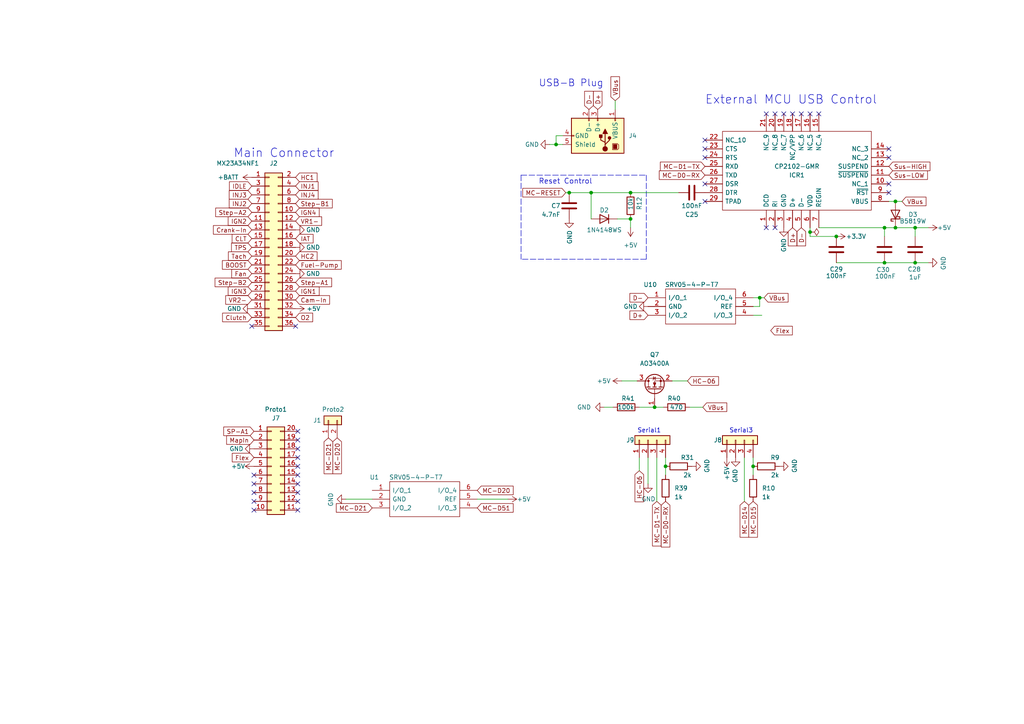
<source format=kicad_sch>
(kicad_sch (version 20211123) (generator eeschema)
  (paper "A4")
  (title_block (title "Pre-Ignition X4") (date "2021-09-25") (rev "3") (company "DetonationEMS") (comment 1 "detonationems.com"))
  (lib_symbols
    (symbol "CP2102-GMR:CP2102-GMR" (pin_names (offset 0.762))
      (property "Reference" "IC" (at 29.21 17.78 0))
      (property "Value" "CP2102-GMR" (at 29.21 15.24 0))
      (symbol "CP2102-GMR_0_0"
        (pin passive line (at 0 0 0) (length 5.08) (name "DCD") (number "1"))
        (pin passive line (at 12.7 -35.56 90) (length 5.08) (name "NC_1") (number "10"))
        (pin passive line (at 15.24 -35.56 90) (length 5.08) (name "~{SUSPEND}") (number "11"))
        (pin passive line (at 17.78 -35.56 90) (length 5.08) (name "SUSPEND") (number "12"))
        (pin passive line (at 20.32 -35.56 90) (length 5.08) (name "NC_2") (number "13"))
        (pin passive line (at 22.86 -35.56 90) (length 5.08) (name "NC_3") (number "14"))
        (pin passive line (at 33.02 -15.24 180) (length 5.08) (name "NC_4") (number "15"))
        (pin passive line (at 33.02 -12.7 180) (length 5.08) (name "NC_5") (number "16"))
        (pin passive line (at 33.02 -10.16 180) (length 5.08) (name "NC_6") (number "17"))
        (pin passive line (at 33.02 -7.62 180) (length 5.08) (name "NC/VPP") (number "18"))
        (pin passive line (at 33.02 -5.08 180) (length 5.08) (name "NC_7") (number "19"))
        (pin passive line (at 0 -2.54 0) (length 5.08) (name "RI") (number "2"))
        (pin passive line (at 33.02 -2.54 180) (length 5.08) (name "NC_8") (number "20"))
        (pin passive line (at 33.02 0 180) (length 5.08) (name "NC_9") (number "21"))
        (pin passive line (at 25.4 17.78 270) (length 5.08) (name "NC_10") (number "22"))
        (pin passive line (at 22.86 17.78 270) (length 5.08) (name "CTS") (number "23"))
        (pin passive line (at 20.32 17.78 270) (length 5.08) (name "RTS") (number "24"))
        (pin passive line (at 17.78 17.78 270) (length 5.08) (name "RXD") (number "25"))
        (pin passive line (at 15.24 17.78 270) (length 5.08) (name "TXD") (number "26"))
        (pin passive line (at 12.7 17.78 270) (length 5.08) (name "DSR") (number "27"))
        (pin passive line (at 10.16 17.78 270) (length 5.08) (name "DTR") (number "28"))
        (pin passive line (at 7.62 17.78 270) (length 5.08) (name "TPAD") (number "29"))
        (pin passive line (at 0 -5.08 0) (length 5.08) (name "GND") (number "3"))
        (pin passive line (at 0 -7.62 0) (length 5.08) (name "D+") (number "4"))
        (pin passive line (at 0 -10.16 0) (length 5.08) (name "D-") (number "5"))
        (pin passive line (at 0 -12.7 0) (length 5.08) (name "VDD") (number "6"))
        (pin passive line (at 0 -15.24 0) (length 5.08) (name "REGIN") (number "7"))
        (pin passive line (at 7.62 -35.56 90) (length 5.08) (name "VBUS") (number "8"))
        (pin passive line (at 10.16 -35.56 90) (length 5.08) (name "~{RST}") (number "9"))
      )
      (symbol "CP2102-GMR_0_1"
        (polyline (pts (xy 5.08 12.7) (xy 27.94 12.7) (xy 27.94 -30.48) (xy 5.08 -30.48) (xy 5.08 12.7)) (stroke (width 0.1524)))
      )
    )
    (symbol "Connector:USB_B" (pin_names (offset 1.016))
      (property "Reference" "J" (at -5.08 11.43 0))
      (property "Value" "USB_B" (at -5.08 8.89 0))
      (symbol "USB_B_0_1"
        (rectangle (start -5.08 -7.62) (end 5.08 7.62) (stroke (width 0.254)) (fill (type background)))
        (circle (center -3.81 2.159) (radius 0.635) (stroke (width 0.254)) (fill (type outline)))
        (rectangle (start -3.81 5.588) (end -2.54 4.572) (fill (type outline)))
        (circle (center -0.635 3.429) (radius 0.381) (stroke (width 0.254)) (fill (type outline)))
        (rectangle (start -0.127 -7.62) (end 0.127 -6.858))
        (polyline (pts (xy -1.905 2.159) (xy 0.635 2.159)) (stroke (width 0.254)))
        (polyline (pts (xy -3.175 2.159) (xy -2.54 2.159) (xy -1.27 3.429) (xy -0.635 3.429)) (stroke (width 0.254)))
        (polyline (pts (xy -2.54 2.159) (xy -1.905 2.159) (xy -1.27 0.889) (xy 0 0.889)) (stroke (width 0.254)))
        (polyline (pts (xy 0.635 2.794) (xy 0.635 1.524) (xy 1.905 2.159) (xy 0.635 2.794)) (stroke (width 0.254)) (fill (type outline)))
        (polyline (pts (xy -4.064 4.318) (xy -2.286 4.318) (xy -2.286 5.715) (xy -2.667 6.096) (xy -3.683 6.096) (xy -4.064 5.715) (xy -4.064 4.318)))
        (rectangle (start 0.254 1.27) (end -0.508 0.508) (stroke (width 0.254)) (fill (type outline)))
        (rectangle (start 5.08 -2.667) (end 4.318 -2.413))
        (rectangle (start 5.08 -0.127) (end 4.318 0.127))
        (rectangle (start 5.08 4.953) (end 4.318 5.207))
      )
      (symbol "USB_B_1_1"
        (pin power_out line (at 7.62 5.08 180) (length 2.54) (name "VBUS") (number "1"))
        (pin bidirectional line (at 7.62 -2.54 180) (length 2.54) (name "D-") (number "2"))
        (pin bidirectional line (at 7.62 0 180) (length 2.54) (name "D+") (number "3"))
        (pin power_out line (at 0 -10.16 90) (length 2.54) (name "GND") (number "4"))
        (pin passive line (at -2.54 -10.16 90) (length 2.54) (name "Shield") (number "5"))
      )
    )
    (symbol "Connector_Generic:Conn_01x02" (pin_names (offset 1.016) hide)
      (property "Reference" "J" (at 0 2.54 0))
      (property "Value" "Conn_01x02" (at 0 -5.08 0))
      (symbol "Conn_01x02_1_1"
        (rectangle (start -1.27 -2.413) (end 0 -2.667) (stroke (width 0.1524)))
        (rectangle (start -1.27 0.127) (end 0 -0.127) (stroke (width 0.1524)))
        (rectangle (start -1.27 1.27) (end 1.27 -3.81) (stroke (width 0.254)) (fill (type background)))
        (pin passive line (at -5.08 0 0) (length 3.81) (name "Pin_1") (number "1"))
        (pin passive line (at -5.08 -2.54 0) (length 3.81) (name "Pin_2") (number "2"))
      )
    )
    (symbol "Connector_Generic:Conn_01x04" (pin_names (offset 1.016) hide)
      (property "Reference" "J" (at 0 5.08 0))
      (property "Value" "Conn_01x04" (at 0 -7.62 0))
      (symbol "Conn_01x04_1_1"
        (rectangle (start -1.27 -4.953) (end 0 -5.207) (stroke (width 0.1524)))
        (rectangle (start -1.27 -2.413) (end 0 -2.667) (stroke (width 0.1524)))
        (rectangle (start -1.27 0.127) (end 0 -0.127) (stroke (width 0.1524)))
        (rectangle (start -1.27 2.667) (end 0 2.413) (stroke (width 0.1524)))
        (rectangle (start -1.27 3.81) (end 1.27 -6.35) (stroke (width 0.254)) (fill (type background)))
        (pin passive line (at -5.08 2.54 0) (length 3.81) (name "Pin_1") (number "1"))
        (pin passive line (at -5.08 0 0) (length 3.81) (name "Pin_2") (number "2"))
        (pin passive line (at -5.08 -2.54 0) (length 3.81) (name "Pin_3") (number "3"))
        (pin passive line (at -5.08 -5.08 0) (length 3.81) (name "Pin_4") (number "4"))
      )
    )
    (symbol "Connector_Generic:Conn_02x10_Counter_Clockwise" (pin_names (offset 1.016) hide)
      (property "Reference" "J" (at 1.27 12.7 0))
      (property "Value" "Conn_02x10_Counter_Clockwise" (at 1.27 -15.24 0))
      (symbol "Conn_02x10_Counter_Clockwise_1_1"
        (rectangle (start -1.27 -12.573) (end 0 -12.827) (stroke (width 0.1524)))
        (rectangle (start -1.27 -10.033) (end 0 -10.287) (stroke (width 0.1524)))
        (rectangle (start -1.27 -7.493) (end 0 -7.747) (stroke (width 0.1524)))
        (rectangle (start -1.27 -4.953) (end 0 -5.207) (stroke (width 0.1524)))
        (rectangle (start -1.27 -2.413) (end 0 -2.667) (stroke (width 0.1524)))
        (rectangle (start -1.27 0.127) (end 0 -0.127) (stroke (width 0.1524)))
        (rectangle (start -1.27 2.667) (end 0 2.413) (stroke (width 0.1524)))
        (rectangle (start -1.27 5.207) (end 0 4.953) (stroke (width 0.1524)))
        (rectangle (start -1.27 7.747) (end 0 7.493) (stroke (width 0.1524)))
        (rectangle (start -1.27 10.287) (end 0 10.033) (stroke (width 0.1524)))
        (rectangle (start -1.27 11.43) (end 3.81 -13.97) (stroke (width 0.254)) (fill (type background)))
        (rectangle (start 3.81 -12.573) (end 2.54 -12.827) (stroke (width 0.1524)))
        (rectangle (start 3.81 -10.033) (end 2.54 -10.287) (stroke (width 0.1524)))
        (rectangle (start 3.81 -7.493) (end 2.54 -7.747) (stroke (width 0.1524)))
        (rectangle (start 3.81 -4.953) (end 2.54 -5.207) (stroke (width 0.1524)))
        (rectangle (start 3.81 -2.413) (end 2.54 -2.667) (stroke (width 0.1524)))
        (rectangle (start 3.81 0.127) (end 2.54 -0.127) (stroke (width 0.1524)))
        (rectangle (start 3.81 2.667) (end 2.54 2.413) (stroke (width 0.1524)))
        (rectangle (start 3.81 5.207) (end 2.54 4.953) (stroke (width 0.1524)))
        (rectangle (start 3.81 7.747) (end 2.54 7.493) (stroke (width 0.1524)))
        (rectangle (start 3.81 10.287) (end 2.54 10.033) (stroke (width 0.1524)))
        (pin passive line (at -5.08 10.16 0) (length 3.81) (name "Pin_1") (number "1"))
        (pin passive line (at -5.08 -12.7 0) (length 3.81) (name "Pin_10") (number "10"))
        (pin passive line (at 7.62 -12.7 180) (length 3.81) (name "Pin_11") (number "11"))
        (pin passive line (at 7.62 -10.16 180) (length 3.81) (name "Pin_12") (number "12"))
        (pin passive line (at 7.62 -7.62 180) (length 3.81) (name "Pin_13") (number "13"))
        (pin passive line (at 7.62 -5.08 180) (length 3.81) (name "Pin_14") (number "14"))
        (pin passive line (at 7.62 -2.54 180) (length 3.81) (name "Pin_15") (number "15"))
        (pin passive line (at 7.62 0 180) (length 3.81) (name "Pin_16") (number "16"))
        (pin passive line (at 7.62 2.54 180) (length 3.81) (name "Pin_17") (number "17"))
        (pin passive line (at 7.62 5.08 180) (length 3.81) (name "Pin_18") (number "18"))
        (pin passive line (at 7.62 7.62 180) (length 3.81) (name "Pin_19") (number "19"))
        (pin passive line (at -5.08 7.62 0) (length 3.81) (name "Pin_2") (number "2"))
        (pin passive line (at 7.62 10.16 180) (length 3.81) (name "Pin_20") (number "20"))
        (pin passive line (at -5.08 5.08 0) (length 3.81) (name "Pin_3") (number "3"))
        (pin passive line (at -5.08 2.54 0) (length 3.81) (name "Pin_4") (number "4"))
        (pin passive line (at -5.08 0 0) (length 3.81) (name "Pin_5") (number "5"))
        (pin passive line (at -5.08 -2.54 0) (length 3.81) (name "Pin_6") (number "6"))
        (pin passive line (at -5.08 -5.08 0) (length 3.81) (name "Pin_7") (number "7"))
        (pin passive line (at -5.08 -7.62 0) (length 3.81) (name "Pin_8") (number "8"))
        (pin passive line (at -5.08 -10.16 0) (length 3.81) (name "Pin_9") (number "9"))
      )
    )
    (symbol "Connector_Generic:Conn_02x18_Odd_Even" (pin_names (offset 1.016) hide)
      (property "Reference" "J" (at 1.27 22.86 0))
      (property "Value" "Conn_02x18_Odd_Even" (at 1.27 -25.4 0))
      (symbol "Conn_02x18_Odd_Even_1_1"
        (rectangle (start -1.27 -22.733) (end 0 -22.987) (stroke (width 0.1524)))
        (rectangle (start -1.27 -20.193) (end 0 -20.447) (stroke (width 0.1524)))
        (rectangle (start -1.27 -17.653) (end 0 -17.907) (stroke (width 0.1524)))
        (rectangle (start -1.27 -15.113) (end 0 -15.367) (stroke (width 0.1524)))
        (rectangle (start -1.27 -12.573) (end 0 -12.827) (stroke (width 0.1524)))
        (rectangle (start -1.27 -10.033) (end 0 -10.287) (stroke (width 0.1524)))
        (rectangle (start -1.27 -7.493) (end 0 -7.747) (stroke (width 0.1524)))
        (rectangle (start -1.27 -4.953) (end 0 -5.207) (stroke (width 0.1524)))
        (rectangle (start -1.27 -2.413) (end 0 -2.667) (stroke (width 0.1524)))
        (rectangle (start -1.27 0.127) (end 0 -0.127) (stroke (width 0.1524)))
        (rectangle (start -1.27 2.667) (end 0 2.413) (stroke (width 0.1524)))
        (rectangle (start -1.27 5.207) (end 0 4.953) (stroke (width 0.1524)))
        (rectangle (start -1.27 7.747) (end 0 7.493) (stroke (width 0.1524)))
        (rectangle (start -1.27 10.287) (end 0 10.033) (stroke (width 0.1524)))
        (rectangle (start -1.27 12.827) (end 0 12.573) (stroke (width 0.1524)))
        (rectangle (start -1.27 15.367) (end 0 15.113) (stroke (width 0.1524)))
        (rectangle (start -1.27 17.907) (end 0 17.653) (stroke (width 0.1524)))
        (rectangle (start -1.27 20.447) (end 0 20.193) (stroke (width 0.1524)))
        (rectangle (start -1.27 21.59) (end 3.81 -24.13) (stroke (width 0.254)) (fill (type background)))
        (rectangle (start 3.81 -22.733) (end 2.54 -22.987) (stroke (width 0.1524)))
        (rectangle (start 3.81 -20.193) (end 2.54 -20.447) (stroke (width 0.1524)))
        (rectangle (start 3.81 -17.653) (end 2.54 -17.907) (stroke (width 0.1524)))
        (rectangle (start 3.81 -15.113) (end 2.54 -15.367) (stroke (width 0.1524)))
        (rectangle (start 3.81 -12.573) (end 2.54 -12.827) (stroke (width 0.1524)))
        (rectangle (start 3.81 -10.033) (end 2.54 -10.287) (stroke (width 0.1524)))
        (rectangle (start 3.81 -7.493) (end 2.54 -7.747) (stroke (width 0.1524)))
        (rectangle (start 3.81 -4.953) (end 2.54 -5.207) (stroke (width 0.1524)))
        (rectangle (start 3.81 -2.413) (end 2.54 -2.667) (stroke (width 0.1524)))
        (rectangle (start 3.81 0.127) (end 2.54 -0.127) (stroke (width 0.1524)))
        (rectangle (start 3.81 2.667) (end 2.54 2.413) (stroke (width 0.1524)))
        (rectangle (start 3.81 5.207) (end 2.54 4.953) (stroke (width 0.1524)))
        (rectangle (start 3.81 7.747) (end 2.54 7.493) (stroke (width 0.1524)))
        (rectangle (start 3.81 10.287) (end 2.54 10.033) (stroke (width 0.1524)))
        (rectangle (start 3.81 12.827) (end 2.54 12.573) (stroke (width 0.1524)))
        (rectangle (start 3.81 15.367) (end 2.54 15.113) (stroke (width 0.1524)))
        (rectangle (start 3.81 17.907) (end 2.54 17.653) (stroke (width 0.1524)))
        (rectangle (start 3.81 20.447) (end 2.54 20.193) (stroke (width 0.1524)))
        (pin passive line (at -5.08 20.32 0) (length 3.81) (name "Pin_1") (number "1"))
        (pin passive line (at 7.62 10.16 180) (length 3.81) (name "Pin_10") (number "10"))
        (pin passive line (at -5.08 7.62 0) (length 3.81) (name "Pin_11") (number "11"))
        (pin passive line (at 7.62 7.62 180) (length 3.81) (name "Pin_12") (number "12"))
        (pin passive line (at -5.08 5.08 0) (length 3.81) (name "Pin_13") (number "13"))
        (pin passive line (at 7.62 5.08 180) (length 3.81) (name "Pin_14") (number "14"))
        (pin passive line (at -5.08 2.54 0) (length 3.81) (name "Pin_15") (number "15"))
        (pin passive line (at 7.62 2.54 180) (length 3.81) (name "Pin_16") (number "16"))
        (pin passive line (at -5.08 0 0) (length 3.81) (name "Pin_17") (number "17"))
        (pin passive line (at 7.62 0 180) (length 3.81) (name "Pin_18") (number "18"))
        (pin passive line (at -5.08 -2.54 0) (length 3.81) (name "Pin_19") (number "19"))
        (pin passive line (at 7.62 20.32 180) (length 3.81) (name "Pin_2") (number "2"))
        (pin passive line (at 7.62 -2.54 180) (length 3.81) (name "Pin_20") (number "20"))
        (pin passive line (at -5.08 -5.08 0) (length 3.81) (name "Pin_21") (number "21"))
        (pin passive line (at 7.62 -5.08 180) (length 3.81) (name "Pin_22") (number "22"))
        (pin passive line (at -5.08 -7.62 0) (length 3.81) (name "Pin_23") (number "23"))
        (pin passive line (at 7.62 -7.62 180) (length 3.81) (name "Pin_24") (number "24"))
        (pin passive line (at -5.08 -10.16 0) (length 3.81) (name "Pin_25") (number "25"))
        (pin passive line (at 7.62 -10.16 180) (length 3.81) (name "Pin_26") (number "26"))
        (pin passive line (at -5.08 -12.7 0) (length 3.81) (name "Pin_27") (number "27"))
        (pin passive line (at 7.62 -12.7 180) (length 3.81) (name "Pin_28") (number "28"))
        (pin passive line (at -5.08 -15.24 0) (length 3.81) (name "Pin_29") (number "29"))
        (pin passive line (at -5.08 17.78 0) (length 3.81) (name "Pin_3") (number "3"))
        (pin passive line (at 7.62 -15.24 180) (length 3.81) (name "Pin_30") (number "30"))
        (pin passive line (at -5.08 -17.78 0) (length 3.81) (name "Pin_31") (number "31"))
        (pin passive line (at 7.62 -17.78 180) (length 3.81) (name "Pin_32") (number "32"))
        (pin passive line (at -5.08 -20.32 0) (length 3.81) (name "Pin_33") (number "33"))
        (pin passive line (at 7.62 -20.32 180) (length 3.81) (name "Pin_34") (number "34"))
        (pin passive line (at -5.08 -22.86 0) (length 3.81) (name "Pin_35") (number "35"))
        (pin passive line (at 7.62 -22.86 180) (length 3.81) (name "Pin_36") (number "36"))
        (pin passive line (at 7.62 17.78 180) (length 3.81) (name "Pin_4") (number "4"))
        (pin passive line (at -5.08 15.24 0) (length 3.81) (name "Pin_5") (number "5"))
        (pin passive line (at 7.62 15.24 180) (length 3.81) (name "Pin_6") (number "6"))
        (pin passive line (at -5.08 12.7 0) (length 3.81) (name "Pin_7") (number "7"))
        (pin passive line (at 7.62 12.7 180) (length 3.81) (name "Pin_8") (number "8"))
        (pin passive line (at -5.08 10.16 0) (length 3.81) (name "Pin_9") (number "9"))
      )
    )
    (symbol "Device:C" (pin_numbers hide) (pin_names (offset 0.254))
      (property "Reference" "C" (at 0.635 2.54 0))
      (property "Value" "C" (at 0.635 -2.54 0))
      (symbol "C_0_1"
        (polyline (pts (xy -2.032 -0.762) (xy 2.032 -0.762)) (stroke (width 0.508)))
        (polyline (pts (xy -2.032 0.762) (xy 2.032 0.762)) (stroke (width 0.508)))
      )
      (symbol "C_1_1"
        (pin passive line (at 0 3.81 270) (length 2.794) (name "~") (number "1"))
        (pin passive line (at 0 -3.81 90) (length 2.794) (name "~") (number "2"))
      )
    )
    (symbol "Device:D" (pin_numbers hide) (pin_names (offset 1.016) hide)
      (property "Reference" "D" (at 0 2.54 0))
      (property "Value" "D" (at 0 -2.54 0))
      (symbol "D_0_1"
        (polyline (pts (xy -1.27 1.27) (xy -1.27 -1.27)) (stroke (width 0.254)))
        (polyline (pts (xy 1.27 0) (xy -1.27 0)))
        (polyline (pts (xy 1.27 1.27) (xy 1.27 -1.27) (xy -1.27 0) (xy 1.27 1.27)) (stroke (width 0.254)))
      )
      (symbol "D_1_1"
        (pin passive line (at -3.81 0 0) (length 2.54) (name "K") (number "1"))
        (pin passive line (at 3.81 0 180) (length 2.54) (name "A") (number "2"))
      )
    )
    (symbol "Device:D_Schottky" (pin_numbers hide) (pin_names (offset 1.016) hide)
      (property "Reference" "D" (at 0 2.54 0))
      (property "Value" "D_Schottky" (at 0 -2.54 0))
      (symbol "D_Schottky_0_1"
        (polyline (pts (xy 1.27 0) (xy -1.27 0)))
        (polyline (pts (xy 1.27 1.27) (xy 1.27 -1.27) (xy -1.27 0) (xy 1.27 1.27)) (stroke (width 0.254)))
        (polyline (pts (xy -1.905 0.635) (xy -1.905 1.27) (xy -1.27 1.27) (xy -1.27 -1.27) (xy -0.635 -1.27) (xy -0.635 -0.635)) (stroke (width 0.254)))
      )
      (symbol "D_Schottky_1_1"
        (pin passive line (at -3.81 0 0) (length 2.54) (name "K") (number "1"))
        (pin passive line (at 3.81 0 180) (length 2.54) (name "A") (number "2"))
      )
    )
    (symbol "Device:R" (pin_numbers hide) (pin_names (offset 0))
      (property "Reference" "R" (at 2.032 0 90))
      (property "Value" "R" (at 0 0 90))
      (symbol "R_0_1"
        (rectangle (start -1.016 -2.54) (end 1.016 2.54) (stroke (width 0.254)))
      )
      (symbol "R_1_1"
        (pin passive line (at 0 3.81 270) (length 1.27) (name "~") (number "1"))
        (pin passive line (at 0 -3.81 90) (length 1.27) (name "~") (number "2"))
      )
    )
    (symbol "Pre_Ignition-rescue:SRV05-4-P-T7-SRV05-4-P-T7-Pre_Ignition-rescue-Pre_Ignition-rescue-Pre_Ignition-rescue" (pin_names (offset 0.762))
      (property "Reference" "IC" (at 26.67 7.62 0))
      (property "Value" "SRV05-4-P-T7-SRV05-4-P-T7-Pre_Ignition-rescue-Pre_Ignition-rescue-Pre_Ignition-rescue" (at 26.67 5.08 0))
      (symbol "SRV05-4-P-T7-SRV05-4-P-T7-Pre_Ignition-rescue-Pre_Ignition-rescue-Pre_Ignition-rescue_0_0"
        (pin passive line (at 0 0 0) (length 5.08) (name "I/O_1") (number "1"))
        (pin passive line (at 0 -2.54 0) (length 5.08) (name "GND") (number "2"))
        (pin passive line (at 0 -5.08 0) (length 5.08) (name "I/O_2") (number "3"))
        (pin passive line (at 30.48 -5.08 180) (length 5.08) (name "I/O_3") (number "4"))
        (pin passive line (at 30.48 -2.54 180) (length 5.08) (name "REF") (number "5"))
        (pin passive line (at 30.48 0 180) (length 5.08) (name "I/O_4") (number "6"))
      )
      (symbol "SRV05-4-P-T7-SRV05-4-P-T7-Pre_Ignition-rescue-Pre_Ignition-rescue-Pre_Ignition-rescue_0_1"
        (polyline (pts (xy 5.08 2.54) (xy 25.4 2.54) (xy 25.4 -7.62) (xy 5.08 -7.62) (xy 5.08 2.54)) (stroke (width 0.1524)))
      )
    )
    (symbol "Transistor_FET:AO3400A" (pin_names hide)
      (property "Reference" "Q" (at 5.08 1.905 0))
      (property "Value" "AO3400A" (at 5.08 0 0))
      (symbol "AO3400A_0_1"
        (polyline (pts (xy 0.254 0) (xy -2.54 0)))
        (polyline (pts (xy 0.254 1.905) (xy 0.254 -1.905)) (stroke (width 0.254)))
        (polyline (pts (xy 0.762 -1.27) (xy 0.762 -2.286)) (stroke (width 0.254)))
        (polyline (pts (xy 0.762 0.508) (xy 0.762 -0.508)) (stroke (width 0.254)))
        (polyline (pts (xy 0.762 2.286) (xy 0.762 1.27)) (stroke (width 0.254)))
        (polyline (pts (xy 2.54 2.54) (xy 2.54 1.778)))
        (polyline (pts (xy 2.54 -2.54) (xy 2.54 0) (xy 0.762 0)))
        (polyline (pts (xy 0.762 -1.778) (xy 3.302 -1.778) (xy 3.302 1.778) (xy 0.762 1.778)))
        (polyline (pts (xy 1.016 0) (xy 2.032 0.381) (xy 2.032 -0.381) (xy 1.016 0)) (fill (type outline)))
        (polyline (pts (xy 2.794 0.508) (xy 2.921 0.381) (xy 3.683 0.381) (xy 3.81 0.254)))
        (polyline (pts (xy 3.302 0.381) (xy 2.921 -0.254) (xy 3.683 -0.254) (xy 3.302 0.381)))
        (circle (center 1.651 0) (radius 2.794) (stroke (width 0.254)))
        (circle (center 2.54 -1.778) (radius 0.254) (fill (type outline)))
        (circle (center 2.54 1.778) (radius 0.254) (fill (type outline)))
      )
      (symbol "AO3400A_1_1"
        (pin input line (at -5.08 0 0) (length 2.54) (name "G") (number "1"))
        (pin passive line (at 2.54 -5.08 90) (length 2.54) (name "S") (number "2"))
        (pin passive line (at 2.54 5.08 270) (length 2.54) (name "D") (number "3"))
      )
    )
    (symbol "power:+3.3V" (power) (pin_names (offset 0))
      (property "Value" "+3.3V" (at 0 3.556 0))
      (symbol "+3.3V_0_1"
        (polyline (pts (xy -0.762 1.27) (xy 0 2.54)))
        (polyline (pts (xy 0 0) (xy 0 2.54)))
        (polyline (pts (xy 0 2.54) (xy 0.762 1.27)))
      )
      (symbol "+3.3V_1_1"
        (pin power_in line (at 0 0 90) (length 0) hide (name "+3.3V") (number "1"))
      )
    )
    (symbol "power:+5V" (power) (pin_names (offset 0))
      (property "Value" "+5V" (at 0 3.556 0))
      (symbol "+5V_0_1"
        (polyline (pts (xy -0.762 1.27) (xy 0 2.54)))
        (polyline (pts (xy 0 0) (xy 0 2.54)))
        (polyline (pts (xy 0 2.54) (xy 0.762 1.27)))
      )
      (symbol "+5V_1_1"
        (pin power_in line (at 0 0 90) (length 0) hide (name "+5V") (number "1"))
      )
    )
    (symbol "power:+BATT" (power) (pin_names (offset 0))
      (property "Value" "+BATT" (at 0 3.556 0))
      (symbol "+BATT_0_1"
        (polyline (pts (xy -0.762 1.27) (xy 0 2.54)))
        (polyline (pts (xy 0 0) (xy 0 2.54)))
        (polyline (pts (xy 0 2.54) (xy 0.762 1.27)))
      )
      (symbol "+BATT_1_1"
        (pin power_in line (at 0 0 90) (length 0) hide (name "+BATT") (number "1"))
      )
    )
    (symbol "power:GND" (power) (pin_names (offset 0))
      (property "Value" "GND" (at 0 -3.81 0))
      (symbol "GND_0_1"
        (polyline (pts (xy 0 0) (xy 0 -1.27) (xy 1.27 -1.27) (xy 0 -2.54) (xy -1.27 -1.27) (xy 0 -1.27)))
      )
      (symbol "GND_1_1"
        (pin power_in line (at 0 0 270) (length 0) hide (name "GND") (number "1"))
      )
    )
    (symbol "power:PWR_FLAG" (power) (pin_numbers hide) (pin_names (offset 0) hide)
      (property "Value" "PWR_FLAG" (at 0 3.81 0))
      (symbol "PWR_FLAG_0_0"
        (pin power_out line (at 0 0 90) (length 0) (name "pwr") (number "1"))
      )
      (symbol "PWR_FLAG_0_1"
        (polyline (pts (xy 0 0) (xy 0 1.27) (xy -1.016 1.905) (xy 0 2.54) (xy 1.016 1.905) (xy 0 1.27)))
      )
    )
  )
  (junction (at 259.715 58.42))
  (junction (at 189.865 118.11))
  (junction (at 220.345 86.36))
  (junction (at 182.88 63.5))
  (junction (at 161.29 41.91))
  (junction (at 165.1 55.88))
  (junction (at 265.43 76.2))
  (junction (at 242.57 68.58))
  (junction (at 256.54 66.04))
  (junction (at 265.43 66.04))
  (junction (at 259.715 66.04))
  (junction (at 218.44 135.255))
  (junction (at 171.45 55.88))
  (junction (at 182.88 55.88))
  (junction (at 234.95 67.31))
  (junction (at 256.54 76.2))
  (junction (at 193.04 135.255))
  (no_connect (at 234.95 33.02))
  (no_connect (at 224.79 66.04))
  (no_connect (at 86.36 125.095))
  (no_connect (at 86.36 127.635))
  (no_connect (at 86.36 130.175))
  (no_connect (at 86.36 132.715))
  (no_connect (at 86.36 135.255))
  (no_connect (at 86.36 137.795))
  (no_connect (at 86.36 140.335))
  (no_connect (at 86.36 142.875))
  (no_connect (at 86.36 145.415))
  (no_connect (at 86.36 147.955))
  (no_connect (at 73.66 147.955))
  (no_connect (at 73.66 145.415))
  (no_connect (at 73.66 142.875))
  (no_connect (at 73.66 140.335))
  (no_connect (at 73.66 137.795))
  (no_connect (at 222.25 33.02))
  (no_connect (at 204.47 58.42))
  (no_connect (at 85.725 94.615))
  (no_connect (at 73.025 94.615))
  (no_connect (at 257.81 55.88))
  (no_connect (at 232.41 33.02))
  (no_connect (at 257.81 43.18))
  (no_connect (at 204.47 43.18))
  (no_connect (at 237.49 33.02))
  (no_connect (at 227.33 33.02))
  (no_connect (at 204.47 53.34))
  (no_connect (at 257.81 53.34))
  (no_connect (at 224.79 33.02))
  (no_connect (at 222.25 66.04))
  (no_connect (at 257.81 45.72))
  (no_connect (at 204.47 40.64))
  (no_connect (at 229.87 33.02))
  (no_connect (at 204.47 45.72))
  (wire (pts (xy 256.54 66.04) (xy 256.54 68.58)))
  (wire (pts (xy 193.04 132.715) (xy 193.04 135.255)))
  (wire (pts (xy 179.07 63.5) (xy 182.88 63.5)))
  (wire (pts (xy 190.5 132.715) (xy 190.5 145.415)))
  (wire (pts (xy 138.43 144.78) (xy 147.32 144.78)))
  (wire (pts (xy 218.44 132.715) (xy 218.44 135.255)))
  (wire (pts (xy 234.95 66.04) (xy 234.95 67.31)))
  (wire (pts (xy 171.45 55.88) (xy 182.88 55.88)))
  (wire (pts (xy 234.95 68.58) (xy 242.57 68.58)))
  (wire (pts (xy 182.88 55.88) (xy 196.85 55.88)))
  (wire (pts (xy 177.8 118.11) (xy 175.26 118.11)))
  (wire (pts (xy 265.43 66.04) (xy 269.24 66.04)))
  (polyline (pts (xy 151.13 50.8) (xy 151.13 75.184)))
  (polyline (pts (xy 187.452 75.184) (xy 151.13 75.184)))
  (wire (pts (xy 200.025 118.11) (xy 203.835 118.11)))
  (wire (pts (xy 237.49 66.04) (xy 256.54 66.04)))
  (wire (pts (xy 218.44 86.36) (xy 220.345 86.36)))
  (wire (pts (xy 189.865 118.11) (xy 192.405 118.11)))
  (wire (pts (xy 159.385 41.91) (xy 161.29 41.91)))
  (wire (pts (xy 187.96 132.715) (xy 187.96 140.335)))
  (wire (pts (xy 100.33 144.78) (xy 107.95 144.78)))
  (wire (pts (xy 234.95 67.31) (xy 234.95 68.58)))
  (wire (pts (xy 199.39 110.49) (xy 194.945 110.49)))
  (wire (pts (xy 220.345 86.36) (xy 220.345 88.9)))
  (wire (pts (xy 220.345 86.36) (xy 221.615 86.36)))
  (wire (pts (xy 161.29 41.91) (xy 163.195 41.91)))
  (wire (pts (xy 171.45 55.88) (xy 171.45 63.5)))
  (wire (pts (xy 220.98 91.44) (xy 218.44 91.44)))
  (wire (pts (xy 163.195 39.37) (xy 161.29 39.37)))
  (wire (pts (xy 256.54 66.04) (xy 259.715 66.04)))
  (wire (pts (xy 215.9 132.715) (xy 215.9 145.415)))
  (wire (pts (xy 180.34 110.49) (xy 184.785 110.49)))
  (wire (pts (xy 265.43 76.2) (xy 269.24 76.2)))
  (wire (pts (xy 242.57 76.2) (xy 256.54 76.2)))
  (wire (pts (xy 178.435 29.21) (xy 178.435 31.75)))
  (wire (pts (xy 193.04 135.255) (xy 193.04 137.795)))
  (wire (pts (xy 185.42 132.715) (xy 185.42 136.525)))
  (wire (pts (xy 161.29 39.37) (xy 161.29 41.91)))
  (wire (pts (xy 259.715 66.04) (xy 265.43 66.04)))
  (polyline (pts (xy 151.13 50.8) (xy 187.452 50.8)))
  (wire (pts (xy 164.084 55.88) (xy 165.1 55.88)))
  (wire (pts (xy 259.715 58.42) (xy 261.62 58.42)))
  (wire (pts (xy 185.42 118.11) (xy 189.865 118.11)))
  (wire (pts (xy 265.43 66.04) (xy 265.43 68.58)))
  (polyline (pts (xy 187.452 50.8) (xy 187.452 75.184)))
  (wire (pts (xy 165.1 55.88) (xy 171.45 55.88)))
  (wire (pts (xy 256.54 76.2) (xy 265.43 76.2)))
  (wire (pts (xy 220.345 88.9) (xy 218.44 88.9)))
  (wire (pts (xy 257.81 58.42) (xy 259.715 58.42)))
  (wire (pts (xy 182.88 63.5) (xy 182.88 66.04)))
  (wire (pts (xy 218.44 135.255) (xy 218.44 137.795)))
  (text "Reset Control" (at 156.21 53.594 0) (effects (font (size 1.5 1.5)) (justify left bottom)))
  (text "Main Connector" (at 67.691 45.974 0) (effects (font (size 2.4892 2.4892)) (justify left bottom)))
  (text "USB-B Plug" (at 156.21 25.4 0) (effects (font (size 2 2)) (justify left bottom)))
  (text "Serial3" (at 218.44 125.73 180) (effects (font (size 1.27 1.27)) (justify right bottom)))
  (text "Serial1" (at 191.77 125.73 180) (effects (font (size 1.27 1.27)) (justify right bottom)))
  (text "External MCU USB Control" (at 204.47 30.48 0) (effects (font (size 2.4892 2.4892)) (justify left bottom)))
  (global_label "VBus" (shape input) (at 178.435 29.21 90) (property "Intersheet References" "${INTERSHEET_REFS}" (effects hide)))
  (global_label "MC-D14" (shape input) (at 215.9 145.415 270) (property "Intersheet References" "${INTERSHEET_REFS}" (effects hide)))
  (global_label "IGN3" (shape input) (at 73.025 84.455 180) (property "Intersheet References" "${INTERSHEET_REFS}" (effects hide)))
  (global_label "Fuel-Pump" (shape input) (at 85.725 76.835 0) (property "Intersheet References" "${INTERSHEET_REFS}" (effects hide)))
  (global_label "Crank-In" (shape input) (at 73.025 66.675 180) (property "Intersheet References" "${INTERSHEET_REFS}" (effects hide)))
  (global_label "HC2" (shape input) (at 85.725 74.295 0) (property "Intersheet References" "${INTERSHEET_REFS}" (effects hide)))
  (global_label "D+" (shape input) (at 187.96 91.44 180) (property "Intersheet References" "${INTERSHEET_REFS}" (effects hide)))
  (global_label "MC-D0-RX" (shape input) (at 204.47 50.8 180) (property "Intersheet References" "${INTERSHEET_REFS}" (effects hide)))
  (global_label "INJ1" (shape input) (at 85.725 53.975 0) (property "Intersheet References" "${INTERSHEET_REFS}" (effects hide)))
  (global_label "INJ3" (shape input) (at 73.025 56.515 180) (property "Intersheet References" "${INTERSHEET_REFS}" (effects hide)))
  (global_label "VR1-" (shape input) (at 85.725 64.135 0) (property "Intersheet References" "${INTERSHEET_REFS}" (effects hide)))
  (global_label "INJ2" (shape input) (at 73.025 59.055 180) (property "Intersheet References" "${INTERSHEET_REFS}" (effects hide)))
  (global_label "Clutch" (shape input) (at 73.025 92.075 180) (property "Intersheet References" "${INTERSHEET_REFS}" (effects hide)))
  (global_label "D+" (shape input) (at 229.87 66.04 270) (property "Intersheet References" "${INTERSHEET_REFS}" (effects hide)))
  (global_label "MC-D1-TX" (shape input) (at 190.5 145.415 270) (property "Intersheet References" "${INTERSHEET_REFS}" (effects hide)))
  (global_label "IDLE" (shape input) (at 73.025 53.975 180) (property "Intersheet References" "${INTERSHEET_REFS}" (effects hide)))
  (global_label "Tach" (shape input) (at 73.025 74.295 180) (property "Intersheet References" "${INTERSHEET_REFS}" (effects hide)))
  (global_label "MC-D51" (shape input) (at 138.43 147.32 0) (property "Intersheet References" "${INTERSHEET_REFS}" (effects hide)))
  (global_label "CLT" (shape input) (at 73.025 69.215 180) (property "Intersheet References" "${INTERSHEET_REFS}" (effects hide)))
  (global_label "D-" (shape input) (at 187.96 86.36 180) (property "Intersheet References" "${INTERSHEET_REFS}" (effects hide)))
  (global_label "TPS" (shape input) (at 73.025 71.755 180) (property "Intersheet References" "${INTERSHEET_REFS}" (effects hide)))
  (global_label "HC-06" (shape input) (at 199.39 110.49 0) (property "Intersheet References" "${INTERSHEET_REFS}" (effects hide)))
  (global_label "D-" (shape input) (at 170.815 31.75 90) (property "Intersheet References" "${INTERSHEET_REFS}" (effects hide)))
  (global_label "MC-RESET" (shape input) (at 164.084 55.88 180) (property "Intersheet References" "${INTERSHEET_REFS}" (effects hide)))
  (global_label "D+" (shape input) (at 173.355 31.75 90) (property "Intersheet References" "${INTERSHEET_REFS}" (effects hide)))
  (global_label "MC-D21" (shape input) (at 107.95 147.32 180) (property "Intersheet References" "${INTERSHEET_REFS}" (effects hide)))
  (global_label "Step-A1" (shape input) (at 85.725 81.915 0) (property "Intersheet References" "${INTERSHEET_REFS}" (effects hide)))
  (global_label "Cam-In" (shape input) (at 85.725 86.995 0) (property "Intersheet References" "${INTERSHEET_REFS}" (effects hide)))
  (global_label "Flex" (shape input) (at 73.66 132.715 180) (property "Intersheet References" "${INTERSHEET_REFS}" (effects hide)))
  (global_label "D-" (shape input) (at 232.41 66.04 270) (property "Intersheet References" "${INTERSHEET_REFS}" (effects hide)))
  (global_label "MapIn" (shape input) (at 73.66 127.635 180) (property "Intersheet References" "${INTERSHEET_REFS}" (effects hide)))
  (global_label "Step-B1" (shape input) (at 85.725 59.055 0) (property "Intersheet References" "${INTERSHEET_REFS}" (effects hide)))
  (global_label "MC-D1-TX" (shape input) (at 204.47 48.26 180) (property "Intersheet References" "${INTERSHEET_REFS}" (effects hide)))
  (global_label "VR2-" (shape input) (at 73.025 86.995 180) (property "Intersheet References" "${INTERSHEET_REFS}" (effects hide)))
  (global_label "IAT" (shape input) (at 85.725 69.215 0) (property "Intersheet References" "${INTERSHEET_REFS}" (effects hide)))
  (global_label "MC-D0-RX" (shape input) (at 193.04 145.415 270) (property "Intersheet References" "${INTERSHEET_REFS}" (effects hide)))
  (global_label "VBus" (shape input) (at 203.835 118.11 0) (property "Intersheet References" "${INTERSHEET_REFS}" (effects hide)))
  (global_label "SP-A1" (shape input) (at 73.66 125.095 180) (property "Intersheet References" "${INTERSHEET_REFS}" (effects hide)))
  (global_label "VBus" (shape input) (at 221.615 86.36 0) (property "Intersheet References" "${INTERSHEET_REFS}" (effects hide)))
  (global_label "O2" (shape input) (at 85.725 92.075 0) (property "Intersheet References" "${INTERSHEET_REFS}" (effects hide)))
  (global_label "Step-B2" (shape input) (at 73.025 81.915 180) (property "Intersheet References" "${INTERSHEET_REFS}" (effects hide)))
  (global_label "HC-06" (shape input) (at 185.42 136.525 270) (property "Intersheet References" "${INTERSHEET_REFS}" (effects hide)))
  (global_label "MC-D21" (shape input) (at 95.25 127 270) (property "Intersheet References" "${INTERSHEET_REFS}" (effects hide)))
  (global_label "IGN4" (shape input) (at 85.725 61.595 0) (property "Intersheet References" "${INTERSHEET_REFS}" (effects hide)))
  (global_label "INJ4" (shape input) (at 85.725 56.515 0) (property "Intersheet References" "${INTERSHEET_REFS}" (effects hide)))
  (global_label "MC-D15" (shape input) (at 218.44 145.415 270) (property "Intersheet References" "${INTERSHEET_REFS}" (effects hide)))
  (global_label "Step-A2" (shape input) (at 73.025 61.595 180) (property "Intersheet References" "${INTERSHEET_REFS}" (effects hide)))
  (global_label "IGN1" (shape input) (at 85.725 84.455 0) (property "Intersheet References" "${INTERSHEET_REFS}" (effects hide)))
  (global_label "Flex" (shape input) (at 223.52 95.885 0) (property "Intersheet References" "${INTERSHEET_REFS}" (effects hide)))
  (global_label "MC-D20" (shape input) (at 97.79 127 270) (property "Intersheet References" "${INTERSHEET_REFS}" (effects hide)))
  (global_label "Fan" (shape input) (at 73.025 79.375 180) (property "Intersheet References" "${INTERSHEET_REFS}" (effects hide)))
  (global_label "MC-D20" (shape input) (at 138.43 142.24 0) (property "Intersheet References" "${INTERSHEET_REFS}" (effects hide)))
  (global_label "BOOST" (shape input) (at 73.025 76.835 180) (property "Intersheet References" "${INTERSHEET_REFS}" (effects hide)))
  (global_label "IGN2" (shape input) (at 73.025 64.135 180) (property "Intersheet References" "${INTERSHEET_REFS}" (effects hide)))
  (global_label "Sus-LOW" (shape input) (at 257.81 50.8 0) (property "Intersheet References" "${INTERSHEET_REFS}" (effects hide)))
  (global_label "Sus-HIGH" (shape input) (at 257.81 48.26 0) (property "Intersheet References" "${INTERSHEET_REFS}" (effects hide)))
  (global_label "VBus" (shape input) (at 261.62 58.42 0) (property "Intersheet References" "${INTERSHEET_REFS}" (effects hide)))
  (global_label "HC1" (shape input) (at 85.725 51.435 0) (property "Intersheet References" "${INTERSHEET_REFS}" (effects hide)))
  (symbol (lib_id "Device:C") (at 165.1 59.69 180) (unit 1)
    (property "Reference" "C7" (at 162.56 59.69 0) (effects (justify left)))
    (property "Value" "4.7nF" (at 162.56 62.23 0) (effects (justify left)))
    (property "Footprint" "Capacitor_SMD:C_0603_1608Metric" (effects hide))
    (property "LCSC" "C53987" (effects hide))
  )
  (symbol (lib_id "Device:D") (at 175.26 63.5 180) (unit 1)
    (property "Reference" "D2" (at 175.26 60.96 0))
    (property "Value" "1N4148WS" (at 175.26 66.7004 0))
    (property "Footprint" "Diode_SMD:D_SOD-323F" (effects hide))
    (property "LCSC" "C2128" (effects hide))
  )
  (symbol (lib_id "power:+BATT") (at 73.025 51.435 90) (unit 1)
    (property "Reference" "#PWR011" (effects hide))
    (property "Value" "+BATT" (at 69.215 51.435 90) (effects (justify left)))
  )
  (symbol (lib_id "Pre_Ignition-rescue:SRV05-4-P-T7-SRV05-4-P-T7-Pre_Ignition-rescue-Pre_Ignition-rescue-Pre_Ignition-rescue") (at 187.96 86.36 0) (unit 1)
    (property "Reference" "U10" (at 188.595 82.55 0))
    (property "Value" "SRV05-4-P-T7" (at 200.66 82.55 0))
    (property "Footprint" "Package_TO_SOT_SMD:SOT-23-6" (effects hide))
    (property "Datasheet" "http://www.onsemi.com/pub/Collateral/SRV05-4-D.PDF" (effects hide))
    (property "LCSC" "C85364" (effects hide))
  )
  (symbol (lib_id "power:+3.3V") (at 242.57 68.58 270) (unit 1)
    (property "Reference" "#PWR0101" (effects hide))
    (property "Value" "+3.3V" (at 248.285 68.58 90))
  )
  (symbol (lib_id "Connector_Generic:Conn_02x10_Counter_Clockwise") (at 78.74 135.255 0) (unit 1)
    (property "Reference" "J7" (at 80.01 121.285 0))
    (property "Value" "Proto1" (at 80.01 118.745 0))
    (property "Footprint" "Detonation:4x5-Proto" (effects hide))
  )
  (symbol (lib_id "power:+5V") (at 147.32 144.78 270) (unit 1)
    (property "Reference" "#PWR0106" (effects hide))
    (property "Value" "+5V" (at 149.86 144.78 90) (effects (justify left)))
  )
  (symbol (lib_id "Pre_Ignition-rescue:SRV05-4-P-T7-SRV05-4-P-T7-Pre_Ignition-rescue-Pre_Ignition-rescue-Pre_Ignition-rescue") (at 107.95 142.24 0) (unit 1)
    (property "Reference" "U1" (at 108.585 138.43 0))
    (property "Value" "SRV05-4-P-T7" (at 120.65 138.43 0))
    (property "Footprint" "Package_TO_SOT_SMD:SOT-23-6" (effects hide))
    (property "Datasheet" "http://www.onsemi.com/pub/Collateral/SRV05-4-D.PDF" (effects hide))
    (property "LCSC" "C85364" (effects hide))
  )
  (symbol (lib_id "Connector_Generic:Conn_01x04") (at 213.36 127.635 90) (unit 1) (in_bom no)
    (property "Reference" "J8" (at 207.01 127.635 90) (effects (justify right)))
    (property "Value" "Conn_01x04" (effects hide))
    (property "Footprint" "Detonation:1X4-PROTO-NoSilk" (effects hide))
  )
  (symbol (lib_id "power:GND") (at 165.1 63.5 0) (unit 1)
    (property "Reference" "#PWR022" (effects hide))
    (property "Value" "GND" (at 165.227 66.7512 90) (effects (justify right)))
  )
  (symbol (lib_id "Connector_Generic:Conn_01x04") (at 187.96 127.635 90) (unit 1) (in_bom no)
    (property "Reference" "J9" (at 181.61 127.635 90) (effects (justify right)))
    (property "Value" "Conn_01x04" (effects hide))
    (property "Footprint" "Detonation:1X4-PROTO" (effects hide))
  )
  (symbol (lib_id "Device:C") (at 200.66 55.88 270) (mirror x) (unit 1)
    (property "Reference" "C25" (at 200.66 62.23 90))
    (property "Value" "100nF" (at 200.66 59.69 90))
    (property "Footprint" "Capacitor_SMD:C_0402_1005Metric" (effects hide))
    (property "LCSC" "C307331" (effects hide))
  )
  (symbol (lib_id "Device:C") (at 265.43 72.39 180) (unit 1)
    (property "Reference" "C28" (at 265.176 78.105 0))
    (property "Value" "1uF" (at 265.43 80.391 0))
    (property "Footprint" "Capacitor_SMD:C_0402_1005Metric" (effects hide))
    (property "LCSC" "C52923" (effects hide))
  )
  (symbol (lib_id "Transistor_FET:AO3400A") (at 189.865 113.03 90) (unit 1)
    (property "Reference" "Q7" (at 189.865 102.87 90))
    (property "Value" "AO3400A" (at 189.865 105.41 90))
    (property "Footprint" "Package_TO_SOT_SMD:SOT-23" (effects hide))
    (property "Datasheet" "http://www.aosmd.com/pdfs/datasheet/AO3400A.pdf" (effects hide))
    (property "LCSC" "C20917" (effects hide))
  )
  (symbol (lib_id "power:+5V") (at 85.725 89.535 270) (unit 1)
    (property "Reference" "#PWR0103" (effects hide))
    (property "Value" "+5V" (at 88.9 89.5349 90) (effects (justify left)))
  )
  (symbol (lib_id "Device:R") (at 196.85 135.255 270) (unit 1)
    (property "Reference" "R31" (at 199.39 132.715 90))
    (property "Value" "2k" (at 199.39 137.795 90))
    (property "Footprint" "Resistor_SMD:R_0402_1005Metric" (effects hide))
    (property "LCSC" "C4109" (effects hide))
  )
  (symbol (lib_id "power:GND") (at 227.33 66.04 0) (unit 1)
    (property "Reference" "#PWR026" (effects hide))
    (property "Value" "GND" (at 227.33 71.12 90))
  )
  (symbol (lib_id "power:GND") (at 175.26 118.11 270) (unit 1)
    (property "Reference" "#PWR0104" (effects hide))
    (property "Value" "GND" (at 171.45 118.1099 90) (effects (justify right)))
  )
  (symbol (lib_id "Device:R") (at 196.215 118.11 90) (unit 1)
    (property "Reference" "R40" (at 197.485 115.57 90) (effects (justify left)))
    (property "Value" "470" (at 198.12 118.11 90) (effects (justify left)))
    (property "Footprint" "Resistor_SMD:R_0402_1005Metric" (effects hide))
    (property "LCSC" "C25117" (effects hide))
  )
  (symbol (lib_id "Device:C") (at 256.54 72.39 0) (mirror y) (unit 1)
    (property "Reference" "C30" (at 256.159 78.232 0))
    (property "Value" "100nF" (at 256.794 80.137 0))
    (property "Footprint" "Capacitor_SMD:C_0402_1005Metric" (effects hide))
    (property "LCSC" "C307331" (effects hide))
  )
  (symbol (lib_id "CP2102-GMR:CP2102-GMR") (at 222.25 66.04 90) (unit 1)
    (property "Reference" "ICR1" (at 231.14 50.8 90))
    (property "Value" "CP2102-GMR" (at 231.14 48.26 90))
    (property "Footprint" "Detonation:CP2102-GMR" (effects hide))
    (property "Datasheet" "https://www.silabs.com/Support%20Documents/TechnicalDocs/CP2102-9.pdf" (effects hide))
    (property "Description" "I/O Controller Interface IC USB-TO-UART BRIDGE, qfn-28" (effects hide))
    (property "Height" "1" (effects hide))
    (property "Manufacturer_Name" "Silicon Labs" (effects hide))
    (property "Manufacturer_Part_Number" "CP2102-GMR" (effects hide))
    (property "Mouser Part Number" "634-CP2102-GMR" (effects hide))
    (property "Mouser Price/Stock" "https://www.mouser.co.uk/ProductDetail/Silicon-Labs/CP2102-GMR?qs=cNyzPCcHMUWu%2FiPhR8KQAw%3D%3D" (effects hide))
    (property "Arrow Part Number" "CP2102-GMR" (effects hide))
    (property "Arrow Price/Stock" "https://www.arrow.com/en/products/cp2102-gmr/silicon-labs?region=nac" (effects hide))
    (property "LCSC" "C6568" (effects hide))
  )
  (symbol (lib_id "power:GND") (at 73.025 89.535 270) (unit 1)
    (property "Reference" "#PWR012" (effects hide))
    (property "Value" "GND" (at 67.945 89.535 90))
  )
  (symbol (lib_id "Device:R") (at 218.44 141.605 0) (unit 1)
    (property "Reference" "R10" (at 220.98 141.605 0) (effects (justify left)))
    (property "Value" "1k" (at 220.98 144.145 0) (effects (justify left)))
    (property "Footprint" "Resistor_SMD:R_0402_1005Metric" (effects hide))
    (property "LCSC" "C11702" (effects hide))
  )
  (symbol (lib_id "Connector_Generic:Conn_02x18_Odd_Even") (at 78.105 71.755 0) (unit 1) (in_bom no)
    (property "Reference" "J2" (at 79.375 47.371 0))
    (property "Value" "MX23A34NF1" (at 68.961 47.371 0))
    (property "Footprint" "Connector_Automotive:MX23A34NF1" (effects hide))
  )
  (symbol (lib_id "power:+5V") (at 182.88 66.04 180) (unit 1)
    (property "Reference" "#PWR023" (effects hide))
    (property "Value" "+5V" (at 182.88 71.12 0))
  )
  (symbol (lib_id "power:GND") (at 73.66 130.175 270) (mirror x) (unit 1)
    (property "Reference" "#PWR09" (effects hide))
    (property "Value" "GND" (at 68.58 130.175 90))
  )
  (symbol (lib_id "power:+5V") (at 73.66 135.255 90) (unit 1)
    (property "Reference" "#PWR010" (effects hide))
    (property "Value" "+5V" (at 71.12 135.255 90) (effects (justify left)))
  )
  (symbol (lib_id "power:+5V") (at 180.34 110.49 90) (unit 1)
    (property "Reference" "#PWR0105" (effects hide))
    (property "Value" "+5V" (at 177.165 110.4899 90) (effects (justify left)))
  )
  (symbol (lib_id "Device:R") (at 181.61 118.11 90) (unit 1)
    (property "Reference" "R41" (at 180.213 115.57 90) (effects (justify right)))
    (property "Value" "100k" (at 179.07 118.11 90) (effects (justify right)))
    (property "Footprint" "Resistor_SMD:R_0402_1005Metric" (effects hide))
    (property "LCSC" "C25741" (effects hide))
  )
  (symbol (lib_id "power:+5V") (at 210.82 132.715 180) (unit 1)
    (property "Reference" "#PWR018" (effects hide))
    (property "Value" "+5V" (at 210.82 135.255 90) (effects (justify left)))
  )
  (symbol (lib_id "power:GND") (at 213.36 132.715 0) (mirror y) (unit 1)
    (property "Reference" "#PWR019" (effects hide))
    (property "Value" "GND" (at 213.233 135.9662 90) (effects (justify right)))
  )
  (symbol (lib_id "Device:C") (at 242.57 72.39 0) (mirror y) (unit 1)
    (property "Reference" "C29" (at 242.57 78.105 0))
    (property "Value" "100nF" (at 242.57 80.01 0))
    (property "Footprint" "Capacitor_SMD:C_0402_1005Metric" (effects hide))
    (property "LCSC" "C307331" (effects hide))
  )
  (symbol (lib_id "power:GND") (at 85.725 66.675 90) (unit 1)
    (property "Reference" "#PWR016" (effects hide))
    (property "Value" "GND" (at 90.805 66.675 90))
  )
  (symbol (lib_id "power:GND") (at 269.24 76.2 90) (mirror x) (unit 1)
    (property "Reference" "#PWR029" (effects hide))
    (property "Value" "GND" (at 273.6342 76.327 0))
  )
  (symbol (lib_id "power:GND") (at 200.66 135.255 90) (unit 1)
    (property "Reference" "#PWR017" (effects hide))
    (property "Value" "GND" (at 205.0542 135.128 0))
  )
  (symbol (lib_id "power:GND") (at 226.06 135.255 90) (unit 1)
    (property "Reference" "#PWR020" (effects hide))
    (property "Value" "GND" (at 230.4542 135.128 0))
  )
  (symbol (lib_id "power:GND") (at 85.725 79.375 90) (unit 1)
    (property "Reference" "#PWR0108" (effects hide))
    (property "Value" "GND" (at 90.805 79.375 90))
  )
  (symbol (lib_id "power:PWR_FLAG") (at 234.95 67.31 270) (unit 1)
    (property "Reference" "#FLG0104" (effects hide))
    (property "Value" "PWR_FLAG" (effects hide))
  )
  (symbol (lib_id "power:+5V") (at 269.24 66.04 270) (unit 1)
    (property "Reference" "#PWR030" (effects hide))
    (property "Value" "+5V" (at 271.78 66.04 90) (effects (justify left)))
  )
  (symbol (lib_id "Device:D_Schottky") (at 259.715 62.23 90) (unit 1)
    (property "Reference" "D3" (at 264.795 62.23 90))
    (property "Value" "B5819W" (at 264.795 64.135 90))
    (property "Footprint" "Diode_SMD:D_SOD-123" (effects hide))
    (property "LCSC" "C8598" (effects hide))
  )
  (symbol (lib_id "Device:R") (at 193.04 141.605 0) (unit 1)
    (property "Reference" "R39" (at 195.58 141.605 0) (effects (justify left)))
    (property "Value" "1k" (at 195.58 144.145 0) (effects (justify left)))
    (property "Footprint" "Resistor_SMD:R_0402_1005Metric" (effects hide))
    (property "LCSC" "C11702" (effects hide))
  )
  (symbol (lib_id "Connector:USB_B") (at 173.355 39.37 270) (mirror x) (unit 1) (in_bom no)
    (property "Reference" "J4" (at 183.515 39.37 90))
    (property "Value" "USB-B Plug" (effects hide))
    (property "Footprint" "Connector_USB:USB_B_OST_USB-B1HSxx_Horizontal" (effects hide))
    (property "Datasheet" " ~" (effects hide))
  )
  (symbol (lib_id "power:GND") (at 187.96 140.335 0) (unit 1)
    (property "Reference" "#PWR013" (effects hide))
    (property "Value" "GND" (at 188.087 144.7292 0))
  )
  (symbol (lib_id "Device:R") (at 182.88 59.69 0) (mirror y) (unit 1)
    (property "Reference" "R12" (at 185.42 60.96 90) (effects (justify left)))
    (property "Value" "10k" (at 182.88 60.96 90) (effects (justify left)))
    (property "Footprint" "Resistor_SMD:R_0603_1608Metric" (effects hide))
    (property "LCSC" "C25804" (effects hide))
  )
  (symbol (lib_id "Device:R") (at 222.25 135.255 270) (unit 1)
    (property "Reference" "R9" (at 224.79 132.715 90))
    (property "Value" "2k" (at 224.79 137.795 90))
    (property "Footprint" "Resistor_SMD:R_0402_1005Metric" (effects hide))
    (property "LCSC" "C4109" (effects hide))
  )
  (symbol (lib_id "power:GND") (at 187.96 88.9 270) (mirror x) (unit 1)
    (property "Reference" "#PWR024" (effects hide))
    (property "Value" "GND" (at 182.88 88.9 90))
  )
  (symbol (lib_id "power:GND") (at 100.33 144.78 270) (unit 1)
    (property "Reference" "#PWR0107" (effects hide))
    (property "Value" "GND" (at 95.9358 144.907 0))
  )
  (symbol (lib_id "Connector_Generic:Conn_01x02") (at 95.25 121.92 90) (unit 1)
    (property "Reference" "J1" (at 90.805 121.92 90) (effects (justify right)))
    (property "Value" "Proto2" (at 93.345 118.745 90) (effects (justify right)))
    (property "Footprint" "Detonation:1x02-Proto" (effects hide))
  )
  (symbol (lib_id "power:GND") (at 85.725 71.755 90) (unit 1)
    (property "Reference" "#PWR015" (effects hide))
    (property "Value" "GND" (at 90.805 71.755 90))
  )
  (symbol (lib_id "power:GND") (at 159.385 41.91 270) (mirror x) (unit 1)
    (property "Reference" "#PWR021" (effects hide))
    (property "Value" "GND" (at 154.305 41.91 90))
  )
)
</source>
